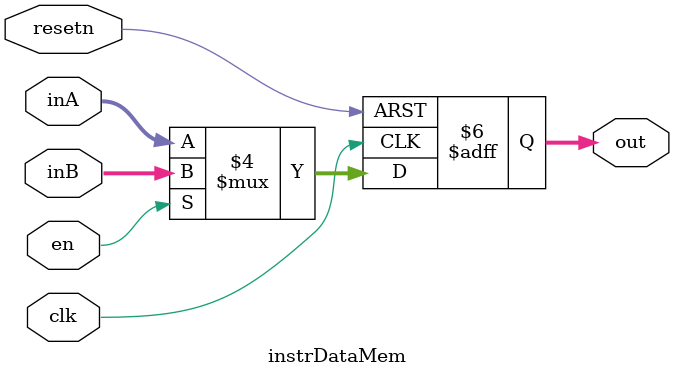
<source format=v>
module instrDataMem(
    input clk, resetn, en,
    input [31:0] inA, inB,
    output reg [31:0] out
    );

    always @(posedge clk or negedge resetn) begin
        if (!resetn) begin
            out = 31'b0;
        end else if (en) begin
            out = inB;
        end else begin
            out = inA;
        end
    end
endmodule
</source>
